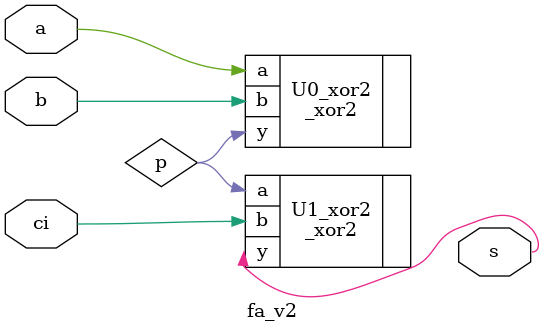
<source format=v>
module cla4(a,b,ci,s,co);//4-bit cla
input [3:0]a,b;//4-bit input a,b
input ci; // input carry in 
output [3:0]s;//4-bit output s
output co; // output carry out
wire c1,c2,c3; // wire values


clb4 U0_clb4(.a(a),.b(b),.ci(ci),.c1(c1),.c2(c2),.c3(c3),.co(co));//calculation of Cout of 4-bit input a,b

fa_v2 U0_fa_v2(.a(a[0]),.b(b[0]),.ci(ci),.s(s[0])); // full adder s0
fa_v2 U1_fa_v2(.a(a[1]),.b(b[1]),.ci(c1),.s(s[1])); // full adder s1
fa_v2 U2_fa_v2(.a(a[2]),.b(b[2]),.ci(c2),.s(s[2])); // full adder s2
fa_v2 U3_fa_v2(.a(a[3]),.b(b[3]),.ci(c3),.s(s[3])); // full adder s3

endmodule

module cla32 (a,b,ci,s,co);//32-bit cla
input [31:0] a,b;//32-bit input a,b
input ci; // input carry in
output [31:0] s;//32-bit output s
output co; // output carrt out

wire c1,c2,c3,c4,c5,c6,c7; // wire result of carry out 

//each instance calculate Cout and Sum of 4-bit input. 
cla4 U0_cla4(.a(a[3:0]),.b(b[3:0]),.ci(ci),.s(s[3:0]),.co(c1)); // 4bit cla(3~0)
cla4 U1_cla4(.a(a[7:4]),.b(b[7:4]),.ci(c1),.s(s[7:4]),.co(c2)); // 4vit cla(4~7)
cla4 U2_cla4(.a(a[11:8]),.b(b[11:8]),.ci(c2),.s(s[11:8]),.co(c3)); // 4vit cla(8~11)
cla4 U3_cla4(.a(a[15:12]),.b(b[15:12]),.ci(c3),.s(s[15:12]),.co(c4)); // 4vit cla(12~15)
cla4 U4_cla4(.a(a[19:16]),.b(b[19:16]),.ci(c4),.s(s[19:16]),.co(c5)); // 4vit cla(16~19)
cla4 U5_cla4(.a(a[23:20]),.b(b[23:20]),.ci(c5),.s(s[23:20]),.co(c6)); // 4vit cla(20~23)
cla4 U6_cla4(.a(a[27:24]),.b(b[27:24]),.ci(c6),.s(s[27:24]),.co(c7)); // 4vit cla(24~27)
cla4 U7_cla4(.a(a[31:28]),.b(b[31:28]),.ci(c7),.s(s[31:28]),.co(co)); // 4vit cla(28~31)

endmodule

module cla32_16 (a,b,ci,s,co);//upper 16-bit calculate 32bit cla 
input [15:0] b;
input [31:0] a;//32-bit input a,b
input ci; // input carry in
output [31:0] s;//32-bit output s
output co; // output carrt out

wire c1,c2,c3; // wire result of carry out 

assign s[15:0] = a[15:0];
//each instance calculate Cout and Sum of 4-bit input. 
cla4 U0_cla4(.a(a[19:16]),.b(b[3:0]),.ci(ci),.s(s[19:16]),.co(c1)); // 4bit cla(3~0)
cla4 U1_cla4(.a(a[23:20]),.b(b[7:4]),.ci(c1),.s(s[23:20]),.co(c2)); // 4vit cla(4~7)
cla4 U2_cla4(.a(a[27:24]),.b(b[11:8]),.ci(c2),.s(s[27:24]),.co(c3)); // 4vit cla(8~11)
cla4 U3_cla4(.a(a[31:28]),.b(b[15:12]),.ci(c3),.s(s[31:28]),.co(co)); // 4vit cla(12~15)

endmodule


module clb4(a,b,ci,c1,c2,c3,co);//It calculates c1,c2,c3,co
input [3:0] a,b;//4-bit input a,b
input ci; // single bit input carry in
output c1,c2,c3,co; // outputs carry out

wire [3:0] g,p;//4-bit wire g,p

wire w0_c1; // middle result of carry out
wire w0_c2, w1_c2; // middle result of carry out
wire w0_c3, w1_c3, w2_c3; // middle result of carry out
wire w0_co, w1_co, w2_co, w3_co; // middle result of carry out


_and2 U0_and2(.a(a[0]),.b(b[0]),.y(g[0])); // calculate G0
_and2 U1_and2(.a(a[1]),.b(b[1]),.y(g[1])); // calculate G1
_and2 U2_and2(.a(a[2]),.b(b[2]),.y(g[2])); // calculate G2
_and2 U3_and2(.a(a[3]),.b(b[3]),.y(g[3])); // calculate G3

_or2 U0_or(.a(a[0]),.b(b[0]),.y(p[0])); // calculate P0
_or2 U1_or(.a(a[1]),.b(b[1]),.y(p[1])); // calculate P1
_or2 U2_or(.a(a[2]),.b(b[2]),.y(p[2])); // calculate P2
_or2 U3_or(.a(a[3]),.b(b[3]),.y(p[3])); // calculate P3

_and2 U4_and2(.a(p[0]),.b(ci),.y(w0_c1)); // calculate P0ci
_or2 U4_or(.a(w0_c1),.b(g[0]),.y(c1)); // calculate G0+P0ci

_and2 U5_and2(.a(p[1]),.b(g[0]),.y(w0_c2));  // calculate G0p1
_and3 U0_and3(.a(p[1]),.b(p[0]),.c(ci),.y(w1_c2)); // calculate P1P0ci
_or3 U0_or3(.a(w0_c2),.b(w1_c2),.c(g[1]),.y(c2)); // calculate G1+G0p1+P1P0ci

_and2 U6_and2(.a(p[2]),.b(g[1]),.y(w0_c3)); // calculate G1P2
_and3 U1_and3(.a(p[2]),.b(p[1]),.c(g[0]),.y(w1_c3)); // calculate P2P1G0
_and4 U0_and4(.a(p[2]),.b(p[1]),.c(p[0]),.d(ci),.y(w2_c3)); // calculate P2P1P0ci
_or4 U0_or4(.a(g[2]),.b(w0_c3),.c(w1_c3),.d(w2_c3),.y(c3)); // calculate G2+G1P2+P2P1G0+P2P1P0ci

_and2 U7_and2(.a(p[3]),.b(g[2]),.y(w0_co)); // calculate G2P3
_and3 U2_and3(.a(p[3]),.b(p[2]),.c(g[1]),.y(w1_co)); // calculate G1P2P3
_and4 U1_and4(.a(p[3]),.b(p[2]),.c(p[1]),.d(g[0]),.y(w2_co)); // calculate P3P2P1G0
_and5 U0_and5(.a(p[3]),.b(p[2]),.c(p[1]),.d(p[0]),.e(ci),.y(w3_co)); // calculate P3P2P1P0ci
_or5 U0_or5(.a(g[3]),.b(w0_co),.c(w1_co),.d(w2_co),.e(w3_co),.y(co)); // calculate G4+G2P3+G1P2P3+P3P2P1G0+P3P2P1P0ci



endmodule

module fa_v2(a,b,ci,s);//fa_v2
input a,b,ci;//input variables
output s;//output variable
wire p;//wire variable
_xor2 U0_xor2(.a(a),.b(b),.y(p));//a XOR b
_xor2 U1_xor2(.a(p),.b(ci),.y(s));//p(=a XOR b) XOR s
endmodule



</source>
